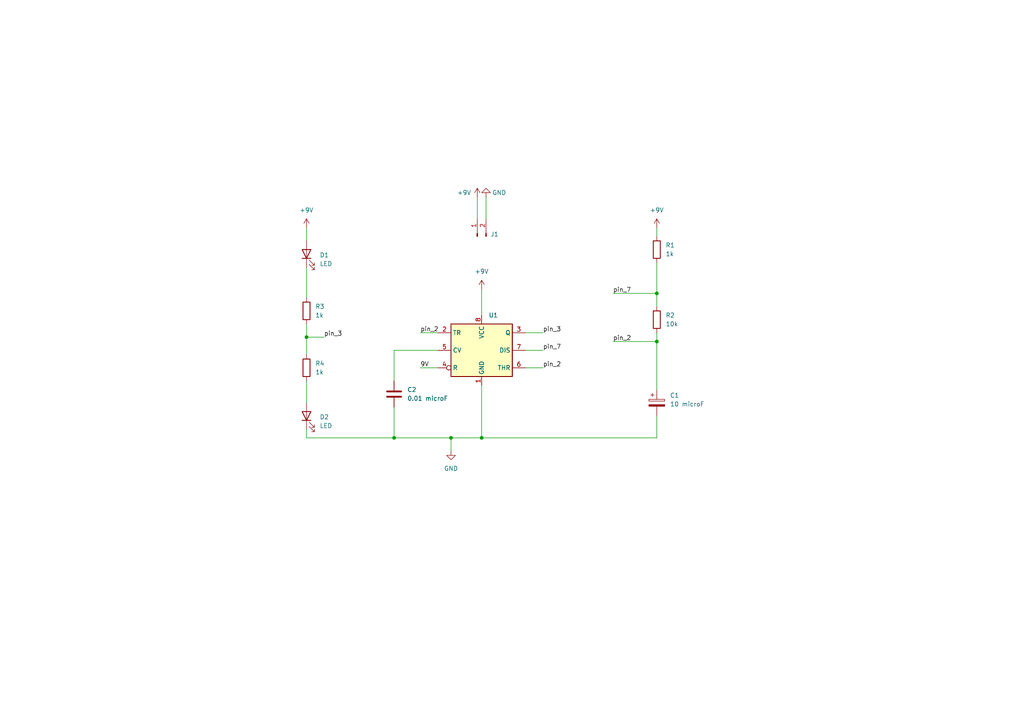
<source format=kicad_sch>
(kicad_sch (version 20211123) (generator eeschema)

  (uuid 688f0a1e-f8be-4266-9090-1741d7bb0cf6)

  (paper "A4")

  (title_block
    (title "555 Timer Circuit")
    (date "2023-01-27")
    (rev "R1")
  )

  (lib_symbols
    (symbol "Connector:Conn_01x02_Male" (pin_names (offset 1.016) hide) (in_bom yes) (on_board yes)
      (property "Reference" "J" (id 0) (at 0 2.54 0)
        (effects (font (size 1.27 1.27)))
      )
      (property "Value" "Conn_01x02_Male" (id 1) (at 0 -5.08 0)
        (effects (font (size 1.27 1.27)))
      )
      (property "Footprint" "" (id 2) (at 0 0 0)
        (effects (font (size 1.27 1.27)) hide)
      )
      (property "Datasheet" "~" (id 3) (at 0 0 0)
        (effects (font (size 1.27 1.27)) hide)
      )
      (property "ki_keywords" "connector" (id 4) (at 0 0 0)
        (effects (font (size 1.27 1.27)) hide)
      )
      (property "ki_description" "Generic connector, single row, 01x02, script generated (kicad-library-utils/schlib/autogen/connector/)" (id 5) (at 0 0 0)
        (effects (font (size 1.27 1.27)) hide)
      )
      (property "ki_fp_filters" "Connector*:*_1x??_*" (id 6) (at 0 0 0)
        (effects (font (size 1.27 1.27)) hide)
      )
      (symbol "Conn_01x02_Male_1_1"
        (polyline
          (pts
            (xy 1.27 -2.54)
            (xy 0.8636 -2.54)
          )
          (stroke (width 0.1524) (type default) (color 0 0 0 0))
          (fill (type none))
        )
        (polyline
          (pts
            (xy 1.27 0)
            (xy 0.8636 0)
          )
          (stroke (width 0.1524) (type default) (color 0 0 0 0))
          (fill (type none))
        )
        (rectangle (start 0.8636 -2.413) (end 0 -2.667)
          (stroke (width 0.1524) (type default) (color 0 0 0 0))
          (fill (type outline))
        )
        (rectangle (start 0.8636 0.127) (end 0 -0.127)
          (stroke (width 0.1524) (type default) (color 0 0 0 0))
          (fill (type outline))
        )
        (pin passive line (at 5.08 0 180) (length 3.81)
          (name "Pin_1" (effects (font (size 1.27 1.27))))
          (number "1" (effects (font (size 1.27 1.27))))
        )
        (pin passive line (at 5.08 -2.54 180) (length 3.81)
          (name "Pin_2" (effects (font (size 1.27 1.27))))
          (number "2" (effects (font (size 1.27 1.27))))
        )
      )
    )
    (symbol "Device:C" (pin_numbers hide) (pin_names (offset 0.254)) (in_bom yes) (on_board yes)
      (property "Reference" "C" (id 0) (at 0.635 2.54 0)
        (effects (font (size 1.27 1.27)) (justify left))
      )
      (property "Value" "C" (id 1) (at 0.635 -2.54 0)
        (effects (font (size 1.27 1.27)) (justify left))
      )
      (property "Footprint" "" (id 2) (at 0.9652 -3.81 0)
        (effects (font (size 1.27 1.27)) hide)
      )
      (property "Datasheet" "~" (id 3) (at 0 0 0)
        (effects (font (size 1.27 1.27)) hide)
      )
      (property "ki_keywords" "cap capacitor" (id 4) (at 0 0 0)
        (effects (font (size 1.27 1.27)) hide)
      )
      (property "ki_description" "Unpolarized capacitor" (id 5) (at 0 0 0)
        (effects (font (size 1.27 1.27)) hide)
      )
      (property "ki_fp_filters" "C_*" (id 6) (at 0 0 0)
        (effects (font (size 1.27 1.27)) hide)
      )
      (symbol "C_0_1"
        (polyline
          (pts
            (xy -2.032 -0.762)
            (xy 2.032 -0.762)
          )
          (stroke (width 0.508) (type default) (color 0 0 0 0))
          (fill (type none))
        )
        (polyline
          (pts
            (xy -2.032 0.762)
            (xy 2.032 0.762)
          )
          (stroke (width 0.508) (type default) (color 0 0 0 0))
          (fill (type none))
        )
      )
      (symbol "C_1_1"
        (pin passive line (at 0 3.81 270) (length 2.794)
          (name "~" (effects (font (size 1.27 1.27))))
          (number "1" (effects (font (size 1.27 1.27))))
        )
        (pin passive line (at 0 -3.81 90) (length 2.794)
          (name "~" (effects (font (size 1.27 1.27))))
          (number "2" (effects (font (size 1.27 1.27))))
        )
      )
    )
    (symbol "Device:C_Polarized" (pin_numbers hide) (pin_names (offset 0.254)) (in_bom yes) (on_board yes)
      (property "Reference" "C" (id 0) (at 0.635 2.54 0)
        (effects (font (size 1.27 1.27)) (justify left))
      )
      (property "Value" "C_Polarized" (id 1) (at 0.635 -2.54 0)
        (effects (font (size 1.27 1.27)) (justify left))
      )
      (property "Footprint" "" (id 2) (at 0.9652 -3.81 0)
        (effects (font (size 1.27 1.27)) hide)
      )
      (property "Datasheet" "~" (id 3) (at 0 0 0)
        (effects (font (size 1.27 1.27)) hide)
      )
      (property "ki_keywords" "cap capacitor" (id 4) (at 0 0 0)
        (effects (font (size 1.27 1.27)) hide)
      )
      (property "ki_description" "Polarized capacitor" (id 5) (at 0 0 0)
        (effects (font (size 1.27 1.27)) hide)
      )
      (property "ki_fp_filters" "CP_*" (id 6) (at 0 0 0)
        (effects (font (size 1.27 1.27)) hide)
      )
      (symbol "C_Polarized_0_1"
        (rectangle (start -2.286 0.508) (end 2.286 1.016)
          (stroke (width 0) (type default) (color 0 0 0 0))
          (fill (type none))
        )
        (polyline
          (pts
            (xy -1.778 2.286)
            (xy -0.762 2.286)
          )
          (stroke (width 0) (type default) (color 0 0 0 0))
          (fill (type none))
        )
        (polyline
          (pts
            (xy -1.27 2.794)
            (xy -1.27 1.778)
          )
          (stroke (width 0) (type default) (color 0 0 0 0))
          (fill (type none))
        )
        (rectangle (start 2.286 -0.508) (end -2.286 -1.016)
          (stroke (width 0) (type default) (color 0 0 0 0))
          (fill (type outline))
        )
      )
      (symbol "C_Polarized_1_1"
        (pin passive line (at 0 3.81 270) (length 2.794)
          (name "~" (effects (font (size 1.27 1.27))))
          (number "1" (effects (font (size 1.27 1.27))))
        )
        (pin passive line (at 0 -3.81 90) (length 2.794)
          (name "~" (effects (font (size 1.27 1.27))))
          (number "2" (effects (font (size 1.27 1.27))))
        )
      )
    )
    (symbol "Device:LED" (pin_numbers hide) (pin_names (offset 1.016) hide) (in_bom yes) (on_board yes)
      (property "Reference" "D" (id 0) (at 0 2.54 0)
        (effects (font (size 1.27 1.27)))
      )
      (property "Value" "LED" (id 1) (at 0 -2.54 0)
        (effects (font (size 1.27 1.27)))
      )
      (property "Footprint" "" (id 2) (at 0 0 0)
        (effects (font (size 1.27 1.27)) hide)
      )
      (property "Datasheet" "~" (id 3) (at 0 0 0)
        (effects (font (size 1.27 1.27)) hide)
      )
      (property "ki_keywords" "LED diode" (id 4) (at 0 0 0)
        (effects (font (size 1.27 1.27)) hide)
      )
      (property "ki_description" "Light emitting diode" (id 5) (at 0 0 0)
        (effects (font (size 1.27 1.27)) hide)
      )
      (property "ki_fp_filters" "LED* LED_SMD:* LED_THT:*" (id 6) (at 0 0 0)
        (effects (font (size 1.27 1.27)) hide)
      )
      (symbol "LED_0_1"
        (polyline
          (pts
            (xy -1.27 -1.27)
            (xy -1.27 1.27)
          )
          (stroke (width 0.254) (type default) (color 0 0 0 0))
          (fill (type none))
        )
        (polyline
          (pts
            (xy -1.27 0)
            (xy 1.27 0)
          )
          (stroke (width 0) (type default) (color 0 0 0 0))
          (fill (type none))
        )
        (polyline
          (pts
            (xy 1.27 -1.27)
            (xy 1.27 1.27)
            (xy -1.27 0)
            (xy 1.27 -1.27)
          )
          (stroke (width 0.254) (type default) (color 0 0 0 0))
          (fill (type none))
        )
        (polyline
          (pts
            (xy -3.048 -0.762)
            (xy -4.572 -2.286)
            (xy -3.81 -2.286)
            (xy -4.572 -2.286)
            (xy -4.572 -1.524)
          )
          (stroke (width 0) (type default) (color 0 0 0 0))
          (fill (type none))
        )
        (polyline
          (pts
            (xy -1.778 -0.762)
            (xy -3.302 -2.286)
            (xy -2.54 -2.286)
            (xy -3.302 -2.286)
            (xy -3.302 -1.524)
          )
          (stroke (width 0) (type default) (color 0 0 0 0))
          (fill (type none))
        )
      )
      (symbol "LED_1_1"
        (pin passive line (at -3.81 0 0) (length 2.54)
          (name "K" (effects (font (size 1.27 1.27))))
          (number "1" (effects (font (size 1.27 1.27))))
        )
        (pin passive line (at 3.81 0 180) (length 2.54)
          (name "A" (effects (font (size 1.27 1.27))))
          (number "2" (effects (font (size 1.27 1.27))))
        )
      )
    )
    (symbol "Device:R" (pin_numbers hide) (pin_names (offset 0)) (in_bom yes) (on_board yes)
      (property "Reference" "R" (id 0) (at 2.032 0 90)
        (effects (font (size 1.27 1.27)))
      )
      (property "Value" "R" (id 1) (at 0 0 90)
        (effects (font (size 1.27 1.27)))
      )
      (property "Footprint" "" (id 2) (at -1.778 0 90)
        (effects (font (size 1.27 1.27)) hide)
      )
      (property "Datasheet" "~" (id 3) (at 0 0 0)
        (effects (font (size 1.27 1.27)) hide)
      )
      (property "ki_keywords" "R res resistor" (id 4) (at 0 0 0)
        (effects (font (size 1.27 1.27)) hide)
      )
      (property "ki_description" "Resistor" (id 5) (at 0 0 0)
        (effects (font (size 1.27 1.27)) hide)
      )
      (property "ki_fp_filters" "R_*" (id 6) (at 0 0 0)
        (effects (font (size 1.27 1.27)) hide)
      )
      (symbol "R_0_1"
        (rectangle (start -1.016 -2.54) (end 1.016 2.54)
          (stroke (width 0.254) (type default) (color 0 0 0 0))
          (fill (type none))
        )
      )
      (symbol "R_1_1"
        (pin passive line (at 0 3.81 270) (length 1.27)
          (name "~" (effects (font (size 1.27 1.27))))
          (number "1" (effects (font (size 1.27 1.27))))
        )
        (pin passive line (at 0 -3.81 90) (length 1.27)
          (name "~" (effects (font (size 1.27 1.27))))
          (number "2" (effects (font (size 1.27 1.27))))
        )
      )
    )
    (symbol "Timer:NE555D" (in_bom yes) (on_board yes)
      (property "Reference" "U" (id 0) (at -10.16 8.89 0)
        (effects (font (size 1.27 1.27)) (justify left))
      )
      (property "Value" "NE555D" (id 1) (at 2.54 8.89 0)
        (effects (font (size 1.27 1.27)) (justify left))
      )
      (property "Footprint" "Package_SO:SOIC-8_3.9x4.9mm_P1.27mm" (id 2) (at 21.59 -10.16 0)
        (effects (font (size 1.27 1.27)) hide)
      )
      (property "Datasheet" "http://www.ti.com/lit/ds/symlink/ne555.pdf" (id 3) (at 21.59 -10.16 0)
        (effects (font (size 1.27 1.27)) hide)
      )
      (property "ki_keywords" "single timer 555" (id 4) (at 0 0 0)
        (effects (font (size 1.27 1.27)) hide)
      )
      (property "ki_description" "Precision Timers, 555 compatible, SOIC-8" (id 5) (at 0 0 0)
        (effects (font (size 1.27 1.27)) hide)
      )
      (property "ki_fp_filters" "SOIC*3.9x4.9mm*P1.27mm*" (id 6) (at 0 0 0)
        (effects (font (size 1.27 1.27)) hide)
      )
      (symbol "NE555D_0_0"
        (pin power_in line (at 0 -10.16 90) (length 2.54)
          (name "GND" (effects (font (size 1.27 1.27))))
          (number "1" (effects (font (size 1.27 1.27))))
        )
        (pin power_in line (at 0 10.16 270) (length 2.54)
          (name "VCC" (effects (font (size 1.27 1.27))))
          (number "8" (effects (font (size 1.27 1.27))))
        )
      )
      (symbol "NE555D_0_1"
        (rectangle (start -8.89 -7.62) (end 8.89 7.62)
          (stroke (width 0.254) (type default) (color 0 0 0 0))
          (fill (type background))
        )
        (rectangle (start -8.89 -7.62) (end 8.89 7.62)
          (stroke (width 0.254) (type default) (color 0 0 0 0))
          (fill (type background))
        )
      )
      (symbol "NE555D_1_1"
        (pin input line (at -12.7 5.08 0) (length 3.81)
          (name "TR" (effects (font (size 1.27 1.27))))
          (number "2" (effects (font (size 1.27 1.27))))
        )
        (pin output line (at 12.7 5.08 180) (length 3.81)
          (name "Q" (effects (font (size 1.27 1.27))))
          (number "3" (effects (font (size 1.27 1.27))))
        )
        (pin input inverted (at -12.7 -5.08 0) (length 3.81)
          (name "R" (effects (font (size 1.27 1.27))))
          (number "4" (effects (font (size 1.27 1.27))))
        )
        (pin input line (at -12.7 0 0) (length 3.81)
          (name "CV" (effects (font (size 1.27 1.27))))
          (number "5" (effects (font (size 1.27 1.27))))
        )
        (pin input line (at 12.7 -5.08 180) (length 3.81)
          (name "THR" (effects (font (size 1.27 1.27))))
          (number "6" (effects (font (size 1.27 1.27))))
        )
        (pin input line (at 12.7 0 180) (length 3.81)
          (name "DIS" (effects (font (size 1.27 1.27))))
          (number "7" (effects (font (size 1.27 1.27))))
        )
      )
    )
    (symbol "power:+9V" (power) (pin_names (offset 0)) (in_bom yes) (on_board yes)
      (property "Reference" "#PWR" (id 0) (at 0 -3.81 0)
        (effects (font (size 1.27 1.27)) hide)
      )
      (property "Value" "+9V" (id 1) (at 0 3.556 0)
        (effects (font (size 1.27 1.27)))
      )
      (property "Footprint" "" (id 2) (at 0 0 0)
        (effects (font (size 1.27 1.27)) hide)
      )
      (property "Datasheet" "" (id 3) (at 0 0 0)
        (effects (font (size 1.27 1.27)) hide)
      )
      (property "ki_keywords" "global power" (id 4) (at 0 0 0)
        (effects (font (size 1.27 1.27)) hide)
      )
      (property "ki_description" "Power symbol creates a global label with name \"+9V\"" (id 5) (at 0 0 0)
        (effects (font (size 1.27 1.27)) hide)
      )
      (symbol "+9V_0_1"
        (polyline
          (pts
            (xy -0.762 1.27)
            (xy 0 2.54)
          )
          (stroke (width 0) (type default) (color 0 0 0 0))
          (fill (type none))
        )
        (polyline
          (pts
            (xy 0 0)
            (xy 0 2.54)
          )
          (stroke (width 0) (type default) (color 0 0 0 0))
          (fill (type none))
        )
        (polyline
          (pts
            (xy 0 2.54)
            (xy 0.762 1.27)
          )
          (stroke (width 0) (type default) (color 0 0 0 0))
          (fill (type none))
        )
      )
      (symbol "+9V_1_1"
        (pin power_in line (at 0 0 90) (length 0) hide
          (name "+9V" (effects (font (size 1.27 1.27))))
          (number "1" (effects (font (size 1.27 1.27))))
        )
      )
    )
    (symbol "power:GND" (power) (pin_names (offset 0)) (in_bom yes) (on_board yes)
      (property "Reference" "#PWR" (id 0) (at 0 -6.35 0)
        (effects (font (size 1.27 1.27)) hide)
      )
      (property "Value" "GND" (id 1) (at 0 -3.81 0)
        (effects (font (size 1.27 1.27)))
      )
      (property "Footprint" "" (id 2) (at 0 0 0)
        (effects (font (size 1.27 1.27)) hide)
      )
      (property "Datasheet" "" (id 3) (at 0 0 0)
        (effects (font (size 1.27 1.27)) hide)
      )
      (property "ki_keywords" "global power" (id 4) (at 0 0 0)
        (effects (font (size 1.27 1.27)) hide)
      )
      (property "ki_description" "Power symbol creates a global label with name \"GND\" , ground" (id 5) (at 0 0 0)
        (effects (font (size 1.27 1.27)) hide)
      )
      (symbol "GND_0_1"
        (polyline
          (pts
            (xy 0 0)
            (xy 0 -1.27)
            (xy 1.27 -1.27)
            (xy 0 -2.54)
            (xy -1.27 -1.27)
            (xy 0 -1.27)
          )
          (stroke (width 0) (type default) (color 0 0 0 0))
          (fill (type none))
        )
      )
      (symbol "GND_1_1"
        (pin power_in line (at 0 0 270) (length 0) hide
          (name "GND" (effects (font (size 1.27 1.27))))
          (number "1" (effects (font (size 1.27 1.27))))
        )
      )
    )
  )

  (junction (at 88.9 97.79) (diameter 0) (color 0 0 0 0)
    (uuid 1fb61471-daff-4ff9-aeea-46c1a0012076)
  )
  (junction (at 130.81 127) (diameter 0) (color 0 0 0 0)
    (uuid 4761659f-ec6f-4ebf-ab9f-73840c707e9c)
  )
  (junction (at 190.5 85.09) (diameter 0) (color 0 0 0 0)
    (uuid a3776b25-9a3e-493d-b217-495d65f606ad)
  )
  (junction (at 190.5 99.06) (diameter 0) (color 0 0 0 0)
    (uuid e0d8ce1e-68f9-4fa8-9ad0-0c5b04448545)
  )
  (junction (at 139.7 127) (diameter 0) (color 0 0 0 0)
    (uuid e1b72bee-c0c5-42e7-9843-237cbd7b084e)
  )
  (junction (at 114.3 127) (diameter 0) (color 0 0 0 0)
    (uuid ee6a2b37-be7e-4316-ab89-5a83a9ad1173)
  )

  (wire (pts (xy 121.92 106.68) (xy 127 106.68))
    (stroke (width 0) (type default) (color 0 0 0 0))
    (uuid 054964e3-1b26-4697-b396-19dd4f67adae)
  )
  (wire (pts (xy 114.3 118.11) (xy 114.3 127))
    (stroke (width 0) (type default) (color 0 0 0 0))
    (uuid 07e5f728-d751-40a1-8296-b22138e24828)
  )
  (wire (pts (xy 139.7 127) (xy 190.5 127))
    (stroke (width 0) (type default) (color 0 0 0 0))
    (uuid 0a44dbb8-fc99-415b-afea-dab98ace326b)
  )
  (wire (pts (xy 152.4 106.68) (xy 157.48 106.68))
    (stroke (width 0) (type default) (color 0 0 0 0))
    (uuid 1e8e2424-5b25-4908-b05a-6fe411fa316b)
  )
  (wire (pts (xy 114.3 127) (xy 130.81 127))
    (stroke (width 0) (type default) (color 0 0 0 0))
    (uuid 32d9d080-c479-4c58-8b33-8f4493f788f8)
  )
  (wire (pts (xy 121.92 96.52) (xy 127 96.52))
    (stroke (width 0) (type default) (color 0 0 0 0))
    (uuid 33304831-5010-48d2-af79-c099de3827c6)
  )
  (wire (pts (xy 190.5 96.52) (xy 190.5 99.06))
    (stroke (width 0) (type default) (color 0 0 0 0))
    (uuid 3815c0ec-6129-41f0-be48-9c8f4539a09e)
  )
  (wire (pts (xy 88.9 127) (xy 114.3 127))
    (stroke (width 0) (type default) (color 0 0 0 0))
    (uuid 390ae09e-0006-42d5-81ba-6510f31c73cc)
  )
  (wire (pts (xy 130.81 127) (xy 139.7 127))
    (stroke (width 0) (type default) (color 0 0 0 0))
    (uuid 47b074cc-51c6-4df1-83e8-c43014c28be5)
  )
  (wire (pts (xy 140.97 57.15) (xy 140.97 63.5))
    (stroke (width 0) (type default) (color 0 0 0 0))
    (uuid 4c48e170-833f-4c58-b799-bc424e4453e8)
  )
  (wire (pts (xy 177.8 99.06) (xy 190.5 99.06))
    (stroke (width 0) (type default) (color 0 0 0 0))
    (uuid 4fd3d05f-6d8e-4eb1-b529-b8e1489f1587)
  )
  (wire (pts (xy 88.9 93.98) (xy 88.9 97.79))
    (stroke (width 0) (type default) (color 0 0 0 0))
    (uuid 5fd4a94f-6fdc-443d-adc4-953cc2b98d31)
  )
  (wire (pts (xy 152.4 96.52) (xy 157.48 96.52))
    (stroke (width 0) (type default) (color 0 0 0 0))
    (uuid 6634564a-077a-4be2-af5f-4a57755dcd68)
  )
  (wire (pts (xy 114.3 101.6) (xy 114.3 110.49))
    (stroke (width 0) (type default) (color 0 0 0 0))
    (uuid 6d3061fa-57e2-4325-9072-32eaf1a91d43)
  )
  (wire (pts (xy 130.81 127) (xy 130.81 130.81))
    (stroke (width 0) (type default) (color 0 0 0 0))
    (uuid 6d86cc22-64a4-4b6a-ab44-6bc2ce87a558)
  )
  (wire (pts (xy 88.9 97.79) (xy 88.9 102.87))
    (stroke (width 0) (type default) (color 0 0 0 0))
    (uuid 717ca54a-c068-493f-8461-9f9efd5fe08b)
  )
  (wire (pts (xy 190.5 76.2) (xy 190.5 85.09))
    (stroke (width 0) (type default) (color 0 0 0 0))
    (uuid 84729a20-fdd7-41e4-b2bc-011b8666d35e)
  )
  (wire (pts (xy 190.5 99.06) (xy 190.5 113.03))
    (stroke (width 0) (type default) (color 0 0 0 0))
    (uuid 848a64d8-401e-433b-a3b2-e16095be7402)
  )
  (wire (pts (xy 177.8 85.09) (xy 190.5 85.09))
    (stroke (width 0) (type default) (color 0 0 0 0))
    (uuid 8703e16b-5b0a-488f-a3fb-b65289848cb4)
  )
  (wire (pts (xy 190.5 85.09) (xy 190.5 88.9))
    (stroke (width 0) (type default) (color 0 0 0 0))
    (uuid 87deb2f1-7b00-46bb-b5a6-b7370555e2e7)
  )
  (wire (pts (xy 88.9 110.49) (xy 88.9 116.84))
    (stroke (width 0) (type default) (color 0 0 0 0))
    (uuid a99467ea-6c4a-475f-add5-bf7bf513b443)
  )
  (wire (pts (xy 190.5 66.04) (xy 190.5 68.58))
    (stroke (width 0) (type default) (color 0 0 0 0))
    (uuid ab083b46-324e-41c5-941c-b3a85162025b)
  )
  (wire (pts (xy 88.9 66.04) (xy 88.9 69.85))
    (stroke (width 0) (type default) (color 0 0 0 0))
    (uuid ae959ae6-3590-4275-9e38-8f274ce92777)
  )
  (wire (pts (xy 152.4 101.6) (xy 157.48 101.6))
    (stroke (width 0) (type default) (color 0 0 0 0))
    (uuid b3a923d6-25cd-4bcb-826d-24991ec4d36e)
  )
  (wire (pts (xy 139.7 111.76) (xy 139.7 127))
    (stroke (width 0) (type default) (color 0 0 0 0))
    (uuid bceac86b-7b72-4656-927e-6ea5d778d3c9)
  )
  (wire (pts (xy 139.7 83.82) (xy 139.7 91.44))
    (stroke (width 0) (type default) (color 0 0 0 0))
    (uuid bdeb1a18-7aad-46cc-a161-e8fd687cb6af)
  )
  (wire (pts (xy 88.9 97.79) (xy 93.98 97.79))
    (stroke (width 0) (type default) (color 0 0 0 0))
    (uuid c6011c91-33d3-4d36-ae89-12b110cddd1c)
  )
  (wire (pts (xy 190.5 120.65) (xy 190.5 127))
    (stroke (width 0) (type default) (color 0 0 0 0))
    (uuid eb7147ce-ebcc-4bdc-83eb-5166fab04d2e)
  )
  (wire (pts (xy 88.9 124.46) (xy 88.9 127))
    (stroke (width 0) (type default) (color 0 0 0 0))
    (uuid f09e4dea-3610-48fb-83aa-530426a600a9)
  )
  (wire (pts (xy 127 101.6) (xy 114.3 101.6))
    (stroke (width 0) (type default) (color 0 0 0 0))
    (uuid f6a580a5-db3b-4bd9-a8c6-f43e93d12167)
  )
  (wire (pts (xy 138.43 57.15) (xy 138.43 63.5))
    (stroke (width 0) (type default) (color 0 0 0 0))
    (uuid facddba8-d9b4-497a-b0ec-ec48966ba199)
  )
  (wire (pts (xy 88.9 77.47) (xy 88.9 86.36))
    (stroke (width 0) (type default) (color 0 0 0 0))
    (uuid fd14af07-f9cb-4bcd-a05c-264d0d5215a7)
  )

  (label "pin_7" (at 157.48 101.6 0)
    (effects (font (size 1.27 1.27)) (justify left bottom))
    (uuid 2ada5302-6b7c-49f8-830f-3ab6952dfe38)
  )
  (label "9V" (at 121.92 106.68 0)
    (effects (font (size 1.27 1.27)) (justify left bottom))
    (uuid 5a803aa0-6a9a-4849-82d3-26ab8b600d48)
  )
  (label "pin_3" (at 93.98 97.79 0)
    (effects (font (size 1.27 1.27)) (justify left bottom))
    (uuid 6fd64a7e-5b41-47e4-bf06-fde472e395ac)
  )
  (label "pin_3" (at 157.48 96.52 0)
    (effects (font (size 1.27 1.27)) (justify left bottom))
    (uuid 840b969e-406e-4abc-86a9-8a303151af22)
  )
  (label "pin_2" (at 121.92 96.52 0)
    (effects (font (size 1.27 1.27)) (justify left bottom))
    (uuid 8fdbb679-2be8-4740-81fc-54bb9997b043)
  )
  (label "pin_7" (at 177.8 85.09 0)
    (effects (font (size 1.27 1.27)) (justify left bottom))
    (uuid 92096e52-bf02-4ce4-8ab7-498f563dc1e2)
  )
  (label "pin_2" (at 177.8 99.06 0)
    (effects (font (size 1.27 1.27)) (justify left bottom))
    (uuid b43eee36-0186-4b64-9466-9f14cf25f4f5)
  )
  (label "pin_2" (at 157.48 106.68 0)
    (effects (font (size 1.27 1.27)) (justify left bottom))
    (uuid e87f4329-6cc7-4c95-9df2-56a987a38ec1)
  )

  (symbol (lib_id "Device:C_Polarized") (at 190.5 116.84 0) (unit 1)
    (in_bom yes) (on_board yes) (fields_autoplaced)
    (uuid 0101831a-24c9-4ee5-abf5-d7cae6e9fbb7)
    (property "Reference" "C1" (id 0) (at 194.31 114.6809 0)
      (effects (font (size 1.27 1.27)) (justify left))
    )
    (property "Value" "10 microF" (id 1) (at 194.31 117.2209 0)
      (effects (font (size 1.27 1.27)) (justify left))
    )
    (property "Footprint" "" (id 2) (at 191.4652 120.65 0)
      (effects (font (size 1.27 1.27)) hide)
    )
    (property "Datasheet" "~" (id 3) (at 190.5 116.84 0)
      (effects (font (size 1.27 1.27)) hide)
    )
    (pin "1" (uuid 518bdf47-074e-4755-8a2e-9da4f094fcae))
    (pin "2" (uuid 50b354ca-4808-49e9-9e34-ae81da71c3c1))
  )

  (symbol (lib_id "Device:R") (at 190.5 72.39 0) (unit 1)
    (in_bom yes) (on_board yes) (fields_autoplaced)
    (uuid 0b6f135d-0931-4234-a805-e8a7fc1f46fc)
    (property "Reference" "R1" (id 0) (at 193.04 71.1199 0)
      (effects (font (size 1.27 1.27)) (justify left))
    )
    (property "Value" "1k" (id 1) (at 193.04 73.6599 0)
      (effects (font (size 1.27 1.27)) (justify left))
    )
    (property "Footprint" "" (id 2) (at 188.722 72.39 90)
      (effects (font (size 1.27 1.27)) hide)
    )
    (property "Datasheet" "~" (id 3) (at 190.5 72.39 0)
      (effects (font (size 1.27 1.27)) hide)
    )
    (pin "1" (uuid d51ea284-3387-4bf3-8516-a6cc07e7f908))
    (pin "2" (uuid ddfab1dc-3534-4d58-aa47-5f7e4361c1be))
  )

  (symbol (lib_id "power:+9V") (at 190.5 66.04 0) (unit 1)
    (in_bom yes) (on_board yes) (fields_autoplaced)
    (uuid 14ef433d-a9f3-4995-86fe-a5424e278471)
    (property "Reference" "#PWR04" (id 0) (at 190.5 69.85 0)
      (effects (font (size 1.27 1.27)) hide)
    )
    (property "Value" "+9V" (id 1) (at 190.5 60.96 0))
    (property "Footprint" "" (id 2) (at 190.5 66.04 0)
      (effects (font (size 1.27 1.27)) hide)
    )
    (property "Datasheet" "" (id 3) (at 190.5 66.04 0)
      (effects (font (size 1.27 1.27)) hide)
    )
    (pin "1" (uuid aa264b4a-ab0b-4fe5-b38b-0d9f525bcfed))
  )

  (symbol (lib_id "Timer:NE555D") (at 139.7 101.6 0) (unit 1)
    (in_bom yes) (on_board yes) (fields_autoplaced)
    (uuid 1d8f6b43-1f2e-489b-991c-f4a3e89b0165)
    (property "Reference" "U1" (id 0) (at 141.7194 91.44 0)
      (effects (font (size 1.27 1.27)) (justify left))
    )
    (property "Value" "NE555D" (id 1) (at 141.7194 91.44 0)
      (effects (font (size 1.27 1.27)) (justify left) hide)
    )
    (property "Footprint" "Package_SO:SOIC-8_3.9x4.9mm_P1.27mm" (id 2) (at 161.29 111.76 0)
      (effects (font (size 1.27 1.27)) hide)
    )
    (property "Datasheet" "http://www.ti.com/lit/ds/symlink/ne555.pdf" (id 3) (at 161.29 111.76 0)
      (effects (font (size 1.27 1.27)) hide)
    )
    (pin "1" (uuid d0fb2682-4b26-47c5-a132-60891edbfd1b))
    (pin "8" (uuid b1009360-e8d6-47d4-bcd3-0a2ad7af065f))
    (pin "2" (uuid f8daff26-fef7-47ab-9506-c7bfcc4f0654))
    (pin "3" (uuid 27f0fdf4-8767-470e-896c-e08656470f33))
    (pin "4" (uuid 4c519a89-df6b-45f4-a31d-cf0b3c57b65c))
    (pin "5" (uuid db8e69f4-19bc-4c52-b924-497b7f8f92cb))
    (pin "6" (uuid 2f8335d4-136d-498f-86e3-7c6e1e1e8207))
    (pin "7" (uuid bb383650-d024-440e-8128-78c8ef405802))
  )

  (symbol (lib_id "power:GND") (at 130.81 130.81 0) (unit 1)
    (in_bom yes) (on_board yes) (fields_autoplaced)
    (uuid 1f4028e3-0b7f-453e-a5ee-35a3c5ca8984)
    (property "Reference" "#PWR06" (id 0) (at 130.81 137.16 0)
      (effects (font (size 1.27 1.27)) hide)
    )
    (property "Value" "GND" (id 1) (at 130.81 135.89 0))
    (property "Footprint" "" (id 2) (at 130.81 130.81 0)
      (effects (font (size 1.27 1.27)) hide)
    )
    (property "Datasheet" "" (id 3) (at 130.81 130.81 0)
      (effects (font (size 1.27 1.27)) hide)
    )
    (pin "1" (uuid 5b3dace8-3c24-4f22-8330-eabb75116c22))
  )

  (symbol (lib_id "Connector:Conn_01x02_Male") (at 138.43 68.58 90) (unit 1)
    (in_bom yes) (on_board yes) (fields_autoplaced)
    (uuid 413827d0-7318-4d95-a686-a95984f169a7)
    (property "Reference" "J1" (id 0) (at 142.24 67.9449 90)
      (effects (font (size 1.27 1.27)) (justify right))
    )
    (property "Value" "Conn_01x02_Male" (id 1) (at 142.24 69.2149 90)
      (effects (font (size 1.27 1.27)) (justify right) hide)
    )
    (property "Footprint" "" (id 2) (at 138.43 68.58 0)
      (effects (font (size 1.27 1.27)) hide)
    )
    (property "Datasheet" "~" (id 3) (at 138.43 68.58 0)
      (effects (font (size 1.27 1.27)) hide)
    )
    (pin "1" (uuid 06952ecb-2ac1-4195-8cb2-062bf189f81e))
    (pin "2" (uuid 5ed30c79-0e1a-4dea-b1a0-f059eb508681))
  )

  (symbol (lib_id "Device:R") (at 88.9 106.68 0) (unit 1)
    (in_bom yes) (on_board yes) (fields_autoplaced)
    (uuid 457bbf66-443b-4420-94ef-92ef54acdeff)
    (property "Reference" "R4" (id 0) (at 91.44 105.4099 0)
      (effects (font (size 1.27 1.27)) (justify left))
    )
    (property "Value" "1k" (id 1) (at 91.44 107.9499 0)
      (effects (font (size 1.27 1.27)) (justify left))
    )
    (property "Footprint" "" (id 2) (at 87.122 106.68 90)
      (effects (font (size 1.27 1.27)) hide)
    )
    (property "Datasheet" "~" (id 3) (at 88.9 106.68 0)
      (effects (font (size 1.27 1.27)) hide)
    )
    (pin "1" (uuid c5f39033-d817-4c68-86e5-b1aed9ca48bd))
    (pin "2" (uuid 49c79413-276c-40bf-80e1-18e29002140e))
  )

  (symbol (lib_id "Device:R") (at 88.9 90.17 0) (unit 1)
    (in_bom yes) (on_board yes) (fields_autoplaced)
    (uuid 614dd160-2b41-40a4-81af-62bda562987f)
    (property "Reference" "R3" (id 0) (at 91.44 88.8999 0)
      (effects (font (size 1.27 1.27)) (justify left))
    )
    (property "Value" "1k" (id 1) (at 91.44 91.4399 0)
      (effects (font (size 1.27 1.27)) (justify left))
    )
    (property "Footprint" "" (id 2) (at 87.122 90.17 90)
      (effects (font (size 1.27 1.27)) hide)
    )
    (property "Datasheet" "~" (id 3) (at 88.9 90.17 0)
      (effects (font (size 1.27 1.27)) hide)
    )
    (pin "1" (uuid 4fa05c6f-5122-4c84-ae16-2b31f5b221ea))
    (pin "2" (uuid 4f5ab2bf-1cb3-4d41-92a7-9d0e2d43c9b9))
  )

  (symbol (lib_id "Device:R") (at 190.5 92.71 0) (unit 1)
    (in_bom yes) (on_board yes) (fields_autoplaced)
    (uuid 6b284e19-e953-4157-b0d7-a78820ba3b11)
    (property "Reference" "R2" (id 0) (at 193.04 91.4399 0)
      (effects (font (size 1.27 1.27)) (justify left))
    )
    (property "Value" "10k" (id 1) (at 193.04 93.9799 0)
      (effects (font (size 1.27 1.27)) (justify left))
    )
    (property "Footprint" "" (id 2) (at 188.722 92.71 90)
      (effects (font (size 1.27 1.27)) hide)
    )
    (property "Datasheet" "~" (id 3) (at 190.5 92.71 0)
      (effects (font (size 1.27 1.27)) hide)
    )
    (pin "1" (uuid 3a7272e6-8bd8-4d23-bff4-39cc836b9616))
    (pin "2" (uuid d7134c5f-1090-4377-8ef8-f48c60551107))
  )

  (symbol (lib_id "power:+9V") (at 88.9 66.04 0) (unit 1)
    (in_bom yes) (on_board yes) (fields_autoplaced)
    (uuid 73d4def8-64e8-44f4-aff0-be97c1c53614)
    (property "Reference" "#PWR03" (id 0) (at 88.9 69.85 0)
      (effects (font (size 1.27 1.27)) hide)
    )
    (property "Value" "+9V" (id 1) (at 88.9 60.96 0))
    (property "Footprint" "" (id 2) (at 88.9 66.04 0)
      (effects (font (size 1.27 1.27)) hide)
    )
    (property "Datasheet" "" (id 3) (at 88.9 66.04 0)
      (effects (font (size 1.27 1.27)) hide)
    )
    (pin "1" (uuid df193448-f0fe-4e41-b347-6769c1588b6c))
  )

  (symbol (lib_id "Device:LED") (at 88.9 73.66 90) (unit 1)
    (in_bom yes) (on_board yes) (fields_autoplaced)
    (uuid 874f96a3-9adc-413f-a80d-f915f17625a9)
    (property "Reference" "D1" (id 0) (at 92.71 73.9774 90)
      (effects (font (size 1.27 1.27)) (justify right))
    )
    (property "Value" "LED" (id 1) (at 92.71 76.5174 90)
      (effects (font (size 1.27 1.27)) (justify right))
    )
    (property "Footprint" "" (id 2) (at 88.9 73.66 0)
      (effects (font (size 1.27 1.27)) hide)
    )
    (property "Datasheet" "~" (id 3) (at 88.9 73.66 0)
      (effects (font (size 1.27 1.27)) hide)
    )
    (pin "1" (uuid 155cfacf-1310-489b-927f-f0b962bc3efc))
    (pin "2" (uuid 8928e9a0-5104-4881-a883-851986773408))
  )

  (symbol (lib_id "Device:C") (at 114.3 114.3 0) (unit 1)
    (in_bom yes) (on_board yes)
    (uuid 8c9b1b5e-c125-49e7-95f0-e1ee09acda46)
    (property "Reference" "C2" (id 0) (at 118.11 113.0299 0)
      (effects (font (size 1.27 1.27)) (justify left))
    )
    (property "Value" "0.01 microF" (id 1) (at 118.11 115.5699 0)
      (effects (font (size 1.27 1.27)) (justify left))
    )
    (property "Footprint" "" (id 2) (at 115.2652 118.11 0)
      (effects (font (size 1.27 1.27)) hide)
    )
    (property "Datasheet" "~" (id 3) (at 114.3 114.3 0)
      (effects (font (size 1.27 1.27)) hide)
    )
    (pin "1" (uuid b6e238fc-2b70-48f1-8922-fdfb75b84d55))
    (pin "2" (uuid 2a51e6be-eb99-4f8d-9e7a-b1fae44ce7ab))
  )

  (symbol (lib_id "power:GND") (at 140.97 57.15 180) (unit 1)
    (in_bom yes) (on_board yes)
    (uuid 96c1bba9-7980-4f5e-b748-289c6883f47a)
    (property "Reference" "#PWR02" (id 0) (at 140.97 50.8 0)
      (effects (font (size 1.27 1.27)) hide)
    )
    (property "Value" "GND" (id 1) (at 144.78 55.88 0))
    (property "Footprint" "" (id 2) (at 140.97 57.15 0)
      (effects (font (size 1.27 1.27)) hide)
    )
    (property "Datasheet" "" (id 3) (at 140.97 57.15 0)
      (effects (font (size 1.27 1.27)) hide)
    )
    (pin "1" (uuid 02ebd39c-4887-4140-bbac-bca9f3f1a1b2))
  )

  (symbol (lib_id "Device:LED") (at 88.9 120.65 90) (unit 1)
    (in_bom yes) (on_board yes)
    (uuid a0c8b305-f30a-47c0-ab16-0f210fe20caf)
    (property "Reference" "D2" (id 0) (at 92.71 120.9674 90)
      (effects (font (size 1.27 1.27)) (justify right))
    )
    (property "Value" "LED" (id 1) (at 92.71 123.5074 90)
      (effects (font (size 1.27 1.27)) (justify right))
    )
    (property "Footprint" "" (id 2) (at 88.9 120.65 0)
      (effects (font (size 1.27 1.27)) hide)
    )
    (property "Datasheet" "~" (id 3) (at 88.9 120.65 0)
      (effects (font (size 1.27 1.27)) hide)
    )
    (pin "1" (uuid e11ecca8-a809-444b-90f3-e7f18d1bc593))
    (pin "2" (uuid d7e353c0-d092-4649-9a03-a05dd400a23a))
  )

  (symbol (lib_id "power:+9V") (at 138.43 57.15 0) (unit 1)
    (in_bom yes) (on_board yes)
    (uuid cba893ef-8c8f-4c3c-ba25-404a2e8a761e)
    (property "Reference" "#PWR01" (id 0) (at 138.43 60.96 0)
      (effects (font (size 1.27 1.27)) hide)
    )
    (property "Value" "+9V" (id 1) (at 134.62 55.88 0))
    (property "Footprint" "" (id 2) (at 138.43 57.15 0)
      (effects (font (size 1.27 1.27)) hide)
    )
    (property "Datasheet" "" (id 3) (at 138.43 57.15 0)
      (effects (font (size 1.27 1.27)) hide)
    )
    (pin "1" (uuid 3a11c413-34b1-4c4d-9a50-23394945eae4))
  )

  (symbol (lib_id "power:+9V") (at 139.7 83.82 0) (unit 1)
    (in_bom yes) (on_board yes) (fields_autoplaced)
    (uuid f11f2dcf-235e-4a80-b3ca-558f16d260c1)
    (property "Reference" "#PWR05" (id 0) (at 139.7 87.63 0)
      (effects (font (size 1.27 1.27)) hide)
    )
    (property "Value" "+9V" (id 1) (at 139.7 78.74 0))
    (property "Footprint" "" (id 2) (at 139.7 83.82 0)
      (effects (font (size 1.27 1.27)) hide)
    )
    (property "Datasheet" "" (id 3) (at 139.7 83.82 0)
      (effects (font (size 1.27 1.27)) hide)
    )
    (pin "1" (uuid bfa491aa-4efb-4cef-a5d5-5ee3f1768961))
  )

  (sheet_instances
    (path "/" (page "1"))
  )

  (symbol_instances
    (path "/cba893ef-8c8f-4c3c-ba25-404a2e8a761e"
      (reference "#PWR01") (unit 1) (value "+9V") (footprint "")
    )
    (path "/96c1bba9-7980-4f5e-b748-289c6883f47a"
      (reference "#PWR02") (unit 1) (value "GND") (footprint "")
    )
    (path "/73d4def8-64e8-44f4-aff0-be97c1c53614"
      (reference "#PWR03") (unit 1) (value "+9V") (footprint "")
    )
    (path "/14ef433d-a9f3-4995-86fe-a5424e278471"
      (reference "#PWR04") (unit 1) (value "+9V") (footprint "")
    )
    (path "/f11f2dcf-235e-4a80-b3ca-558f16d260c1"
      (reference "#PWR05") (unit 1) (value "+9V") (footprint "")
    )
    (path "/1f4028e3-0b7f-453e-a5ee-35a3c5ca8984"
      (reference "#PWR06") (unit 1) (value "GND") (footprint "")
    )
    (path "/0101831a-24c9-4ee5-abf5-d7cae6e9fbb7"
      (reference "C1") (unit 1) (value "10 microF") (footprint "")
    )
    (path "/8c9b1b5e-c125-49e7-95f0-e1ee09acda46"
      (reference "C2") (unit 1) (value "0.01 microF") (footprint "")
    )
    (path "/874f96a3-9adc-413f-a80d-f915f17625a9"
      (reference "D1") (unit 1) (value "LED") (footprint "")
    )
    (path "/a0c8b305-f30a-47c0-ab16-0f210fe20caf"
      (reference "D2") (unit 1) (value "LED") (footprint "")
    )
    (path "/413827d0-7318-4d95-a686-a95984f169a7"
      (reference "J1") (unit 1) (value "Conn_01x02_Male") (footprint "")
    )
    (path "/0b6f135d-0931-4234-a805-e8a7fc1f46fc"
      (reference "R1") (unit 1) (value "1k") (footprint "")
    )
    (path "/6b284e19-e953-4157-b0d7-a78820ba3b11"
      (reference "R2") (unit 1) (value "10k") (footprint "")
    )
    (path "/614dd160-2b41-40a4-81af-62bda562987f"
      (reference "R3") (unit 1) (value "1k") (footprint "")
    )
    (path "/457bbf66-443b-4420-94ef-92ef54acdeff"
      (reference "R4") (unit 1) (value "1k") (footprint "")
    )
    (path "/1d8f6b43-1f2e-489b-991c-f4a3e89b0165"
      (reference "U1") (unit 1) (value "NE555D") (footprint "Package_SO:SOIC-8_3.9x4.9mm_P1.27mm")
    )
  )
)

</source>
